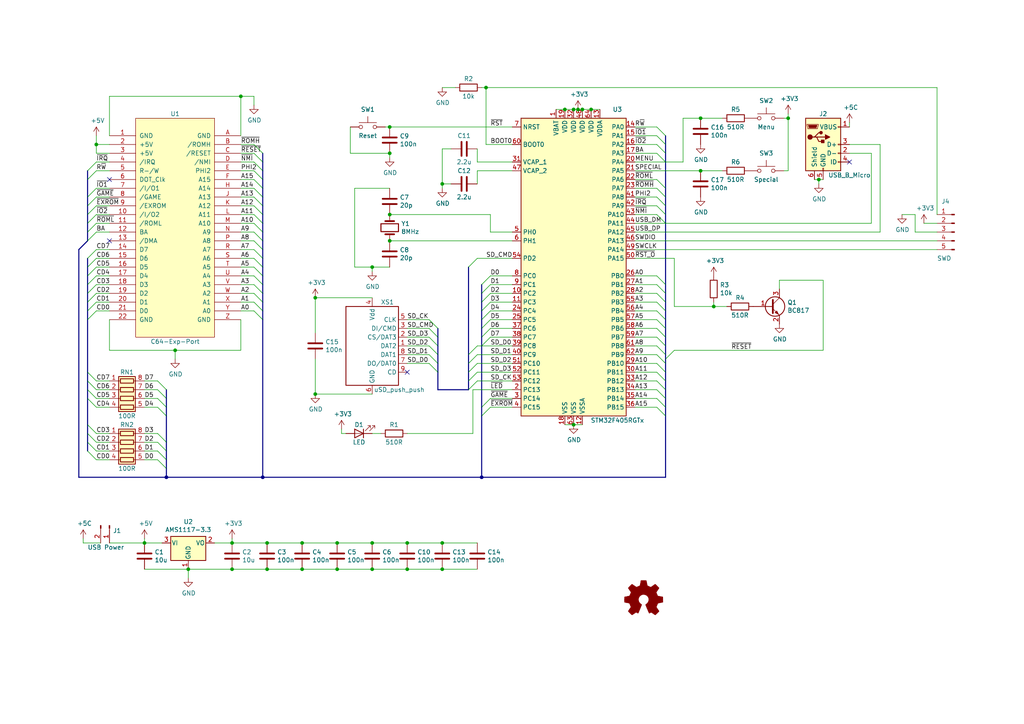
<source format=kicad_sch>
(kicad_sch (version 20211123) (generator eeschema)
  (paper "A4")
  (title_block (title "Kung Fu Flash") (date "2019-12-14") (rev "1") (company "open hardware"))
  (junction (at 163.83 31.75))
  (junction (at 107.95 157.48))
  (junction (at 166.37 31.75))
  (junction (at 113.03 69.85))
  (junction (at 228.6 34.29))
  (junction (at 171.45 31.75))
  (junction (at 128.27 165.1))
  (junction (at 118.11 165.1))
  (junction (at 67.31 157.48))
  (junction (at 203.2 49.53))
  (junction (at 76.2 138.43))
  (junction (at 91.44 86.36))
  (junction (at 41.91 157.48))
  (junction (at 87.63 157.48))
  (junction (at 77.47 165.1))
  (junction (at 113.03 36.83))
  (junction (at 140.97 25.4))
  (junction (at 69.85 27.94))
  (junction (at 166.37 123.19))
  (junction (at 128.27 53.34))
  (junction (at 77.47 157.48))
  (junction (at 237.49 52.07))
  (junction (at 54.61 165.1))
  (junction (at 97.79 157.48))
  (junction (at 168.91 31.75))
  (junction (at 113.03 62.23))
  (junction (at 48.26 138.43))
  (junction (at 139.7 138.43))
  (junction (at 107.95 165.1))
  (junction (at 97.79 165.1))
  (junction (at 203.2 34.29))
  (junction (at 50.8 101.6))
  (junction (at 67.31 165.1))
  (junction (at 87.63 165.1))
  (junction (at 27.94 41.91))
  (junction (at 113.03 44.45))
  (junction (at 167.64 31.75))
  (junction (at 128.27 157.48))
  (junction (at 91.44 114.3))
  (junction (at 118.11 157.48))
  (junction (at 207.01 88.9))
  (junction (at 107.95 77.47))
  (no_connect (at 31.75 52.07))
  (no_connect (at 246.38 46.99))
  (no_connect (at 118.11 107.95))
  (no_connect (at 31.75 69.85))
  (bus_entry (at 73.66 54.61) (size 2.54 2.54))
  (bus_entry (at 73.66 52.07) (size 2.54 2.54))
  (bus_entry (at 25.4 123.19) (size 2.54 2.54))
  (bus_entry (at 73.66 44.45) (size 2.54 2.54))
  (bus_entry (at 25.4 64.77) (size 2.54 -2.54))
  (bus_entry (at 190.5 92.71) (size 2.54 2.54))
  (bus_entry (at 45.72 113.03) (size 2.54 2.54))
  (bus_entry (at 25.4 115.57) (size 2.54 2.54))
  (bus_entry (at 25.4 90.17) (size 2.54 -2.54))
  (bus_entry (at 45.72 130.81) (size 2.54 2.54))
  (bus_entry (at 135.89 113.03) (size 2.54 -2.54))
  (bus_entry (at 45.72 110.49) (size 2.54 2.54))
  (bus_entry (at 73.66 87.63) (size 2.54 2.54))
  (bus_entry (at 124.46 95.25) (size 2.54 2.54))
  (bus_entry (at 25.4 87.63) (size 2.54 -2.54))
  (bus_entry (at 45.72 133.35) (size 2.54 2.54))
  (bus_entry (at 190.5 44.45) (size 2.54 2.54))
  (bus_entry (at 73.66 57.15) (size 2.54 2.54))
  (bus_entry (at 124.46 97.79) (size 2.54 2.54))
  (bus_entry (at 25.4 57.15) (size 2.54 -2.54))
  (bus_entry (at 124.46 92.71) (size 2.54 2.54))
  (bus_entry (at 190.5 85.09) (size 2.54 2.54))
  (bus_entry (at 135.89 77.47) (size 2.54 -2.54))
  (bus_entry (at 190.5 107.95) (size 2.54 2.54))
  (bus_entry (at 139.7 85.09) (size 2.54 -2.54))
  (bus_entry (at 190.5 90.17) (size 2.54 2.54))
  (bus_entry (at 190.5 118.11) (size 2.54 2.54))
  (bus_entry (at 25.4 130.81) (size 2.54 2.54))
  (bus_entry (at 73.66 41.91) (size 2.54 2.54))
  (bus_entry (at 135.89 107.95) (size 2.54 -2.54))
  (bus_entry (at 190.5 115.57) (size 2.54 2.54))
  (bus_entry (at 73.66 77.47) (size 2.54 2.54))
  (bus_entry (at 73.66 82.55) (size 2.54 2.54))
  (bus_entry (at 73.66 62.23) (size 2.54 2.54))
  (bus_entry (at 190.5 62.23) (size 2.54 2.54))
  (bus_entry (at 139.7 87.63) (size 2.54 -2.54))
  (bus_entry (at 73.66 74.93) (size 2.54 2.54))
  (bus_entry (at 139.7 82.55) (size 2.54 -2.54))
  (bus_entry (at 190.5 100.33) (size 2.54 2.54))
  (bus_entry (at 190.5 105.41) (size 2.54 2.54))
  (bus_entry (at 190.5 52.07) (size 2.54 2.54))
  (bus_entry (at 25.4 85.09) (size 2.54 -2.54))
  (bus_entry (at 73.66 64.77) (size 2.54 2.54))
  (bus_entry (at 124.46 102.87) (size 2.54 2.54))
  (bus_entry (at 25.4 52.07) (size 2.54 -2.54))
  (bus_entry (at 25.4 74.93) (size 2.54 -2.54))
  (bus_entry (at 124.46 100.33) (size 2.54 2.54))
  (bus_entry (at 190.5 59.69) (size 2.54 2.54))
  (bus_entry (at 139.7 100.33) (size 2.54 -2.54))
  (bus_entry (at 190.5 80.01) (size 2.54 2.54))
  (bus_entry (at 45.72 118.11) (size 2.54 2.54))
  (bus_entry (at 139.7 90.17) (size 2.54 -2.54))
  (bus_entry (at 190.5 39.37) (size 2.54 2.54))
  (bus_entry (at 25.4 107.95) (size 2.54 2.54))
  (bus_entry (at 139.7 92.71) (size 2.54 -2.54))
  (bus_entry (at 73.66 72.39) (size 2.54 2.54))
  (bus_entry (at 124.46 105.41) (size 2.54 2.54))
  (bus_entry (at 139.7 95.25) (size 2.54 -2.54))
  (bus_entry (at 25.4 69.85) (size 2.54 -2.54))
  (bus_entry (at 73.66 90.17) (size 2.54 2.54))
  (bus_entry (at 25.4 92.71) (size 2.54 -2.54))
  (bus_entry (at 190.5 54.61) (size 2.54 2.54))
  (bus_entry (at 193.04 104.14) (size 2.54 -2.54))
  (bus_entry (at 25.4 59.69) (size 2.54 -2.54))
  (bus_entry (at 25.4 82.55) (size 2.54 -2.54))
  (bus_entry (at 25.4 62.23) (size 2.54 -2.54))
  (bus_entry (at 135.89 110.49) (size 2.54 -2.54))
  (bus_entry (at 73.66 69.85) (size 2.54 2.54))
  (bus_entry (at 73.66 80.01) (size 2.54 2.54))
  (bus_entry (at 135.89 102.87) (size 2.54 -2.54))
  (bus_entry (at 73.66 59.69) (size 2.54 2.54))
  (bus_entry (at 25.4 49.53) (size 2.54 -2.54))
  (bus_entry (at 25.4 128.27) (size 2.54 2.54))
  (bus_entry (at 73.66 49.53) (size 2.54 2.54))
  (bus_entry (at 190.5 97.79) (size 2.54 2.54))
  (bus_entry (at 25.4 125.73) (size 2.54 2.54))
  (bus_entry (at 139.7 118.11) (size 2.54 -2.54))
  (bus_entry (at 190.5 110.49) (size 2.54 2.54))
  (bus_entry (at 190.5 57.15) (size 2.54 2.54))
  (bus_entry (at 73.66 46.99) (size 2.54 2.54))
  (bus_entry (at 190.5 95.25) (size 2.54 2.54))
  (bus_entry (at 190.5 87.63) (size 2.54 2.54))
  (bus_entry (at 73.66 85.09) (size 2.54 2.54))
  (bus_entry (at 135.89 105.41) (size 2.54 -2.54))
  (bus_entry (at 45.72 128.27) (size 2.54 2.54))
  (bus_entry (at 25.4 67.31) (size 2.54 -2.54))
  (bus_entry (at 139.7 97.79) (size 2.54 -2.54))
  (bus_entry (at 45.72 115.57) (size 2.54 2.54))
  (bus_entry (at 25.4 77.47) (size 2.54 -2.54))
  (bus_entry (at 190.5 102.87) (size 2.54 2.54))
  (bus_entry (at 190.5 41.91) (size 2.54 2.54))
  (bus_entry (at 73.66 67.31) (size 2.54 2.54))
  (bus_entry (at 45.72 125.73) (size 2.54 2.54))
  (bus_entry (at 139.7 120.65) (size 2.54 -2.54))
  (bus_entry (at 190.5 82.55) (size 2.54 2.54))
  (bus_entry (at 25.4 110.49) (size 2.54 2.54))
  (bus_entry (at 190.5 113.03) (size 2.54 2.54))
  (bus_entry (at 25.4 113.03) (size 2.54 2.54))
  (bus_entry (at 25.4 80.01) (size 2.54 -2.54))
  (bus_entry (at 190.5 36.83) (size 2.54 2.54))
  (wire (pts (xy 27.94 62.23) (xy 31.75 62.23)))
  (wire (pts (xy 77.47 157.48) (xy 67.31 157.48)))
  (bus (pts (xy 193.04 115.57) (xy 193.04 118.11)))
  (wire (pts (xy 27.94 113.03) (xy 31.75 113.03)))
  (wire (pts (xy 142.24 118.11) (xy 148.59 118.11)))
  (bus (pts (xy 193.04 44.45) (xy 193.04 46.99)))
  (wire (pts (xy 142.24 82.55) (xy 148.59 82.55)))
  (wire (pts (xy 41.91 118.11) (xy 45.72 118.11)))
  (bus (pts (xy 139.7 97.79) (xy 139.7 100.33)))
  (wire (pts (xy 113.03 62.23) (xy 142.24 62.23)))
  (bus (pts (xy 127 102.87) (xy 127 105.41)))
  (wire (pts (xy 166.37 123.19) (xy 168.91 123.19)))
  (wire (pts (xy 27.94 110.49) (xy 31.75 110.49)))
  (wire (pts (xy 198.12 34.29) (xy 203.2 34.29)))
  (bus (pts (xy 25.4 77.47) (xy 25.4 80.01)))
  (wire (pts (xy 228.6 49.53) (xy 227.33 49.53)))
  (bus (pts (xy 76.2 49.53) (xy 76.2 52.07)))
  (bus (pts (xy 25.4 115.57) (xy 25.4 123.19)))
  (wire (pts (xy 271.78 25.4) (xy 271.78 62.23)))
  (bus (pts (xy 127 105.41) (xy 127 107.95)))
  (wire (pts (xy 67.31 157.48) (xy 67.31 156.21)))
  (wire (pts (xy 193.04 46.99) (xy 198.12 46.99)))
  (wire (pts (xy 73.66 74.93) (xy 69.85 74.93)))
  (wire (pts (xy 163.83 31.75) (xy 161.29 31.75)))
  (wire (pts (xy 113.03 36.83) (xy 148.59 36.83)))
  (wire (pts (xy 184.15 115.57) (xy 190.5 115.57)))
  (wire (pts (xy 184.15 62.23) (xy 190.5 62.23)))
  (wire (pts (xy 101.6 44.45) (xy 113.03 44.45)))
  (bus (pts (xy 127 100.33) (xy 127 102.87)))
  (wire (pts (xy 184.15 69.85) (xy 271.78 69.85)))
  (bus (pts (xy 127 107.95) (xy 127 113.03)))
  (wire (pts (xy 41.91 165.1) (xy 54.61 165.1)))
  (wire (pts (xy 203.2 34.29) (xy 209.55 34.29)))
  (wire (pts (xy 128.27 53.34) (xy 130.81 53.34)))
  (bus (pts (xy 25.4 74.93) (xy 25.4 77.47)))
  (bus (pts (xy 22.86 72.39) (xy 25.4 69.85)))
  (wire (pts (xy 142.24 85.09) (xy 148.59 85.09)))
  (wire (pts (xy 142.24 67.31) (xy 148.59 67.31)))
  (wire (pts (xy 138.43 105.41) (xy 148.59 105.41)))
  (wire (pts (xy 184.15 64.77) (xy 193.04 64.77)))
  (wire (pts (xy 142.24 92.71) (xy 148.59 92.71)))
  (wire (pts (xy 198.12 34.29) (xy 198.12 46.99)))
  (wire (pts (xy 246.38 36.83) (xy 246.38 35.56)))
  (wire (pts (xy 27.94 133.35) (xy 31.75 133.35)))
  (wire (pts (xy 163.83 123.19) (xy 166.37 123.19)))
  (wire (pts (xy 252.73 44.45) (xy 246.38 44.45)))
  (bus (pts (xy 193.04 104.14) (xy 193.04 105.41)))
  (wire (pts (xy 87.63 165.1) (xy 97.79 165.1)))
  (wire (pts (xy 41.91 156.21) (xy 41.91 157.48)))
  (wire (pts (xy 237.49 52.07) (xy 238.76 52.07)))
  (bus (pts (xy 193.04 102.87) (xy 193.04 104.14)))
  (bus (pts (xy 193.04 118.11) (xy 193.04 120.65)))
  (wire (pts (xy 73.66 27.94) (xy 73.66 30.48)))
  (wire (pts (xy 91.44 104.14) (xy 91.44 114.3)))
  (wire (pts (xy 107.95 77.47) (xy 107.95 78.74)))
  (bus (pts (xy 139.7 92.71) (xy 139.7 95.25)))
  (wire (pts (xy 139.7 25.4) (xy 140.97 25.4)))
  (wire (pts (xy 27.94 118.11) (xy 31.75 118.11)))
  (wire (pts (xy 27.94 80.01) (xy 31.75 80.01)))
  (bus (pts (xy 193.04 97.79) (xy 193.04 100.33)))
  (bus (pts (xy 139.7 118.11) (xy 139.7 120.65)))
  (wire (pts (xy 97.79 165.1) (xy 107.95 165.1)))
  (bus (pts (xy 135.89 110.49) (xy 135.89 113.03)))
  (wire (pts (xy 27.94 85.09) (xy 31.75 85.09)))
  (bus (pts (xy 25.4 123.19) (xy 25.4 125.73)))
  (wire (pts (xy 27.94 67.31) (xy 31.75 67.31)))
  (bus (pts (xy 139.7 95.25) (xy 139.7 97.79)))
  (wire (pts (xy 102.87 77.47) (xy 107.95 77.47)))
  (wire (pts (xy 99.06 125.73) (xy 100.33 125.73)))
  (bus (pts (xy 48.26 115.57) (xy 48.26 118.11)))
  (wire (pts (xy 107.95 125.73) (xy 110.49 125.73)))
  (wire (pts (xy 77.47 165.1) (xy 87.63 165.1)))
  (wire (pts (xy 69.85 52.07) (xy 73.66 52.07)))
  (bus (pts (xy 48.26 118.11) (xy 48.26 120.65)))
  (wire (pts (xy 167.64 31.75) (xy 166.37 31.75)))
  (wire (pts (xy 142.24 95.25) (xy 148.59 95.25)))
  (bus (pts (xy 76.2 57.15) (xy 76.2 59.69)))
  (wire (pts (xy 91.44 86.36) (xy 91.44 96.52)))
  (bus (pts (xy 76.2 59.69) (xy 76.2 62.23)))
  (wire (pts (xy 246.38 41.91) (xy 255.27 41.91)))
  (bus (pts (xy 135.89 102.87) (xy 135.89 105.41)))
  (bus (pts (xy 76.2 69.85) (xy 76.2 72.39)))
  (wire (pts (xy 31.75 101.6) (xy 50.8 101.6)))
  (wire (pts (xy 255.27 41.91) (xy 255.27 67.31)))
  (bus (pts (xy 76.2 44.45) (xy 76.2 46.99)))
  (wire (pts (xy 118.11 102.87) (xy 124.46 102.87)))
  (wire (pts (xy 73.66 69.85) (xy 69.85 69.85)))
  (wire (pts (xy 184.15 102.87) (xy 190.5 102.87)))
  (bus (pts (xy 139.7 82.55) (xy 139.7 85.09)))
  (bus (pts (xy 25.4 90.17) (xy 25.4 92.71)))
  (wire (pts (xy 184.15 110.49) (xy 190.5 110.49)))
  (wire (pts (xy 184.15 52.07) (xy 190.5 52.07)))
  (wire (pts (xy 67.31 165.1) (xy 77.47 165.1)))
  (bus (pts (xy 48.26 113.03) (xy 48.26 115.57)))
  (bus (pts (xy 139.7 90.17) (xy 139.7 92.71)))
  (bus (pts (xy 193.04 85.09) (xy 193.04 87.63)))
  (wire (pts (xy 184.15 67.31) (xy 255.27 67.31)))
  (wire (pts (xy 184.15 39.37) (xy 190.5 39.37)))
  (bus (pts (xy 25.4 52.07) (xy 25.4 57.15)))
  (bus (pts (xy 193.04 92.71) (xy 193.04 95.25)))
  (bus (pts (xy 25.4 128.27) (xy 25.4 130.81)))
  (wire (pts (xy 99.06 124.46) (xy 99.06 125.73)))
  (wire (pts (xy 166.37 31.75) (xy 163.83 31.75)))
  (bus (pts (xy 48.26 130.81) (xy 48.26 133.35)))
  (wire (pts (xy 226.06 81.28) (xy 226.06 83.82)))
  (wire (pts (xy 184.15 59.69) (xy 190.5 59.69)))
  (wire (pts (xy 128.27 157.48) (xy 118.11 157.48)))
  (bus (pts (xy 76.2 77.47) (xy 76.2 80.01)))
  (bus (pts (xy 193.04 90.17) (xy 193.04 92.71)))
  (bus (pts (xy 76.2 52.07) (xy 76.2 54.61)))
  (bus (pts (xy 139.7 138.43) (xy 193.04 138.43)))
  (bus (pts (xy 76.2 46.99) (xy 76.2 49.53)))
  (wire (pts (xy 184.15 90.17) (xy 190.5 90.17)))
  (wire (pts (xy 73.66 80.01) (xy 69.85 80.01)))
  (wire (pts (xy 41.91 133.35) (xy 45.72 133.35)))
  (bus (pts (xy 22.86 138.43) (xy 48.26 138.43)))
  (wire (pts (xy 41.91 113.03) (xy 45.72 113.03)))
  (bus (pts (xy 25.4 107.95) (xy 25.4 110.49)))
  (bus (pts (xy 76.2 90.17) (xy 76.2 92.71)))
  (wire (pts (xy 27.94 64.77) (xy 31.75 64.77)))
  (wire (pts (xy 73.66 27.94) (xy 69.85 27.94)))
  (wire (pts (xy 41.91 125.73) (xy 45.72 125.73)))
  (wire (pts (xy 140.97 41.91) (xy 148.59 41.91)))
  (wire (pts (xy 118.11 157.48) (xy 107.95 157.48)))
  (bus (pts (xy 76.2 67.31) (xy 76.2 69.85)))
  (bus (pts (xy 193.04 105.41) (xy 193.04 107.95)))
  (wire (pts (xy 128.27 53.34) (xy 128.27 54.61)))
  (bus (pts (xy 25.4 92.71) (xy 25.4 107.95)))
  (wire (pts (xy 113.03 54.61) (xy 102.87 54.61)))
  (wire (pts (xy 124.46 100.33) (xy 118.11 100.33)))
  (wire (pts (xy 50.8 101.6) (xy 69.85 101.6)))
  (wire (pts (xy 142.24 62.23) (xy 142.24 67.31)))
  (bus (pts (xy 139.7 100.33) (xy 139.7 118.11)))
  (wire (pts (xy 138.43 107.95) (xy 148.59 107.95)))
  (wire (pts (xy 107.95 157.48) (xy 97.79 157.48)))
  (wire (pts (xy 54.61 165.1) (xy 54.61 167.64)))
  (wire (pts (xy 184.15 107.95) (xy 190.5 107.95)))
  (wire (pts (xy 24.13 156.21) (xy 24.13 157.48)))
  (wire (pts (xy 265.43 62.23) (xy 265.43 67.31)))
  (wire (pts (xy 195.58 74.93) (xy 195.58 88.9)))
  (wire (pts (xy 193.04 64.77) (xy 252.73 64.77)))
  (wire (pts (xy 184.15 36.83) (xy 190.5 36.83)))
  (bus (pts (xy 139.7 120.65) (xy 139.7 138.43)))
  (bus (pts (xy 135.89 77.47) (xy 135.89 102.87)))
  (wire (pts (xy 184.15 85.09) (xy 190.5 85.09)))
  (wire (pts (xy 184.15 87.63) (xy 190.5 87.63)))
  (wire (pts (xy 138.43 102.87) (xy 148.59 102.87)))
  (bus (pts (xy 127 97.79) (xy 127 100.33)))
  (bus (pts (xy 48.26 135.89) (xy 48.26 138.43)))
  (wire (pts (xy 27.94 87.63) (xy 31.75 87.63)))
  (bus (pts (xy 193.04 41.91) (xy 193.04 44.45)))
  (wire (pts (xy 184.15 41.91) (xy 190.5 41.91)))
  (wire (pts (xy 27.94 72.39) (xy 31.75 72.39)))
  (bus (pts (xy 76.2 64.77) (xy 76.2 67.31)))
  (wire (pts (xy 27.94 54.61) (xy 31.75 54.61)))
  (wire (pts (xy 184.15 72.39) (xy 271.78 72.39)))
  (wire (pts (xy 184.15 44.45) (xy 190.5 44.45)))
  (wire (pts (xy 24.13 157.48) (xy 29.21 157.48)))
  (wire (pts (xy 31.75 157.48) (xy 41.91 157.48)))
  (wire (pts (xy 171.45 31.75) (xy 168.91 31.75)))
  (bus (pts (xy 139.7 85.09) (xy 139.7 87.63)))
  (wire (pts (xy 69.85 62.23) (xy 73.66 62.23)))
  (wire (pts (xy 142.24 97.79) (xy 148.59 97.79)))
  (wire (pts (xy 62.23 157.48) (xy 67.31 157.48)))
  (wire (pts (xy 118.11 125.73) (xy 137.16 125.73)))
  (wire (pts (xy 73.66 54.61) (xy 69.85 54.61)))
  (wire (pts (xy 184.15 100.33) (xy 190.5 100.33)))
  (wire (pts (xy 184.15 49.53) (xy 203.2 49.53)))
  (wire (pts (xy 113.03 44.45) (xy 113.03 45.72)))
  (wire (pts (xy 184.15 54.61) (xy 190.5 54.61)))
  (bus (pts (xy 25.4 87.63) (xy 25.4 90.17)))
  (wire (pts (xy 138.43 100.33) (xy 139.7 100.33)))
  (wire (pts (xy 128.27 25.4) (xy 132.08 25.4)))
  (wire (pts (xy 184.15 46.99) (xy 193.04 46.99)))
  (wire (pts (xy 228.6 33.02) (xy 228.6 34.29)))
  (bus (pts (xy 127 95.25) (xy 127 97.79)))
  (wire (pts (xy 140.97 25.4) (xy 271.78 25.4)))
  (wire (pts (xy 69.85 82.55) (xy 73.66 82.55)))
  (bus (pts (xy 193.04 64.77) (xy 193.04 82.55)))
  (bus (pts (xy 76.2 72.39) (xy 76.2 74.93)))
  (wire (pts (xy 69.85 46.99) (xy 73.66 46.99)))
  (wire (pts (xy 46.99 157.48) (xy 41.91 157.48)))
  (wire (pts (xy 101.6 36.83) (xy 101.6 44.45)))
  (wire (pts (xy 41.91 128.27) (xy 45.72 128.27)))
  (wire (pts (xy 69.85 67.31) (xy 73.66 67.31)))
  (bus (pts (xy 193.04 107.95) (xy 193.04 110.49)))
  (bus (pts (xy 76.2 82.55) (xy 76.2 85.09)))
  (wire (pts (xy 91.44 114.3) (xy 107.95 114.3)))
  (bus (pts (xy 25.4 80.01) (xy 25.4 82.55)))
  (wire (pts (xy 184.15 57.15) (xy 190.5 57.15)))
  (wire (pts (xy 228.6 34.29) (xy 228.6 49.53)))
  (bus (pts (xy 76.2 80.01) (xy 76.2 82.55)))
  (bus (pts (xy 22.86 72.39) (xy 22.86 138.43)))
  (bus (pts (xy 193.04 95.25) (xy 193.04 97.79)))
  (wire (pts (xy 238.76 101.6) (xy 238.76 81.28)))
  (bus (pts (xy 193.04 113.03) (xy 193.04 115.57)))
  (wire (pts (xy 73.66 49.53) (xy 69.85 49.53)))
  (bus (pts (xy 25.4 110.49) (xy 25.4 113.03)))
  (wire (pts (xy 184.15 80.01) (xy 190.5 80.01)))
  (wire (pts (xy 142.24 80.01) (xy 148.59 80.01)))
  (wire (pts (xy 54.61 165.1) (xy 67.31 165.1)))
  (wire (pts (xy 142.24 90.17) (xy 148.59 90.17)))
  (wire (pts (xy 27.94 74.93) (xy 31.75 74.93)))
  (wire (pts (xy 138.43 74.93) (xy 148.59 74.93)))
  (wire (pts (xy 87.63 157.48) (xy 77.47 157.48)))
  (bus (pts (xy 25.4 64.77) (xy 25.4 67.31)))
  (wire (pts (xy 184.15 82.55) (xy 190.5 82.55)))
  (wire (pts (xy 138.43 43.18) (xy 138.43 46.99)))
  (bus (pts (xy 193.04 39.37) (xy 193.04 41.91)))
  (wire (pts (xy 27.94 130.81) (xy 31.75 130.81)))
  (bus (pts (xy 193.04 62.23) (xy 193.04 64.77)))
  (wire (pts (xy 124.46 105.41) (xy 118.11 105.41)))
  (bus (pts (xy 48.26 133.35) (xy 48.26 135.89)))
  (wire (pts (xy 69.85 41.91) (xy 73.66 41.91)))
  (wire (pts (xy 138.43 49.53) (xy 138.43 53.34)))
  (bus (pts (xy 193.04 46.99) (xy 193.04 54.61)))
  (bus (pts (xy 76.2 62.23) (xy 76.2 64.77)))
  (wire (pts (xy 124.46 95.25) (xy 118.11 95.25)))
  (bus (pts (xy 139.7 87.63) (xy 139.7 90.17)))
  (wire (pts (xy 50.8 104.14) (xy 50.8 101.6)))
  (bus (pts (xy 193.04 110.49) (xy 193.04 113.03)))
  (wire (pts (xy 142.24 115.57) (xy 148.59 115.57)))
  (bus (pts (xy 76.2 85.09) (xy 76.2 87.63)))
  (wire (pts (xy 138.43 110.49) (xy 148.59 110.49)))
  (wire (pts (xy 27.94 82.55) (xy 31.75 82.55)))
  (wire (pts (xy 128.27 165.1) (xy 138.43 165.1)))
  (wire (pts (xy 130.81 43.18) (xy 128.27 43.18)))
  (bus (pts (xy 76.2 87.63) (xy 76.2 90.17)))
  (wire (pts (xy 31.75 39.37) (xy 31.75 27.94)))
  (wire (pts (xy 252.73 64.77) (xy 252.73 44.45)))
  (wire (pts (xy 118.11 92.71) (xy 124.46 92.71)))
  (wire (pts (xy 69.85 27.94) (xy 69.85 39.37)))
  (wire (pts (xy 139.7 100.33) (xy 148.59 100.33)))
  (bus (pts (xy 76.2 74.93) (xy 76.2 77.47)))
  (wire (pts (xy 73.66 90.17) (xy 69.85 90.17)))
  (wire (pts (xy 137.16 125.73) (xy 137.16 113.03)))
  (wire (pts (xy 184.15 105.41) (xy 190.5 105.41)))
  (wire (pts (xy 27.94 125.73) (xy 31.75 125.73)))
  (bus (pts (xy 135.89 105.41) (xy 135.89 107.95)))
  (wire (pts (xy 168.91 31.75) (xy 167.64 31.75)))
  (bus (pts (xy 193.04 87.63) (xy 193.04 90.17)))
  (wire (pts (xy 184.15 74.93) (xy 195.58 74.93)))
  (wire (pts (xy 27.94 128.27) (xy 31.75 128.27)))
  (wire (pts (xy 184.15 97.79) (xy 190.5 97.79)))
  (wire (pts (xy 73.66 44.45) (xy 69.85 44.45)))
  (bus (pts (xy 193.04 59.69) (xy 193.04 62.23)))
  (wire (pts (xy 113.03 69.85) (xy 148.59 69.85)))
  (wire (pts (xy 27.94 44.45) (xy 27.94 41.91)))
  (wire (pts (xy 238.76 81.28) (xy 226.06 81.28)))
  (bus (pts (xy 76.2 54.61) (xy 76.2 57.15)))
  (wire (pts (xy 267.97 64.77) (xy 271.78 64.77)))
  (wire (pts (xy 73.66 85.09) (xy 69.85 85.09)))
  (bus (pts (xy 25.4 113.03) (xy 25.4 115.57)))
  (wire (pts (xy 207.01 88.9) (xy 210.82 88.9)))
  (wire (pts (xy 184.15 95.25) (xy 190.5 95.25)))
  (wire (pts (xy 69.85 77.47) (xy 73.66 77.47)))
  (bus (pts (xy 193.04 82.55) (xy 193.04 85.09)))
  (wire (pts (xy 261.62 62.23) (xy 265.43 62.23)))
  (bus (pts (xy 193.04 120.65) (xy 193.04 138.43)))
  (wire (pts (xy 207.01 87.63) (xy 207.01 88.9)))
  (wire (pts (xy 118.11 165.1) (xy 128.27 165.1)))
  (wire (pts (xy 27.94 49.53) (xy 31.75 49.53)))
  (bus (pts (xy 135.89 113.03) (xy 127 113.03)))
  (wire (pts (xy 195.58 101.6) (xy 238.76 101.6)))
  (wire (pts (xy 237.49 53.34) (xy 237.49 52.07)))
  (wire (pts (xy 142.24 87.63) (xy 148.59 87.63)))
  (wire (pts (xy 236.22 52.07) (xy 237.49 52.07)))
  (wire (pts (xy 107.95 165.1) (xy 118.11 165.1)))
  (bus (pts (xy 25.4 67.31) (xy 25.4 69.85)))
  (bus (pts (xy 193.04 57.15) (xy 193.04 59.69)))
  (bus (pts (xy 25.4 62.23) (xy 25.4 64.77)))
  (wire (pts (xy 27.94 115.57) (xy 31.75 115.57)))
  (wire (pts (xy 107.95 86.36) (xy 91.44 86.36)))
  (bus (pts (xy 193.04 100.33) (xy 193.04 102.87)))
  (bus (pts (xy 25.4 49.53) (xy 25.4 52.07)))
  (bus (pts (xy 25.4 125.73) (xy 25.4 128.27)))
  (wire (pts (xy 140.97 41.91) (xy 140.97 25.4)))
  (bus (pts (xy 76.2 92.71) (xy 76.2 138.43)))
  (wire (pts (xy 173.99 31.75) (xy 171.45 31.75)))
  (wire (pts (xy 111.76 36.83) (xy 113.03 36.83)))
  (wire (pts (xy 138.43 46.99) (xy 148.59 46.99)))
  (bus (pts (xy 48.26 138.43) (xy 76.2 138.43)))
  (wire (pts (xy 27.94 57.15) (xy 31.75 57.15)))
  (wire (pts (xy 27.94 90.17) (xy 31.75 90.17)))
  (wire (pts (xy 184.15 113.03) (xy 190.5 113.03)))
  (wire (pts (xy 203.2 49.53) (xy 209.55 49.53)))
  (wire (pts (xy 31.75 92.71) (xy 31.75 101.6)))
  (bus (pts (xy 25.4 59.69) (xy 25.4 62.23)))
  (wire (pts (xy 69.85 101.6) (xy 69.85 92.71)))
  (wire (pts (xy 102.87 54.61) (xy 102.87 77.47)))
  (wire (pts (xy 148.59 113.03) (xy 137.16 113.03)))
  (wire (pts (xy 148.59 49.53) (xy 138.43 49.53)))
  (wire (pts (xy 69.85 72.39) (xy 73.66 72.39)))
  (wire (pts (xy 31.75 27.94) (xy 69.85 27.94)))
  (wire (pts (xy 41.91 130.81) (xy 45.72 130.81)))
  (bus (pts (xy 25.4 85.09) (xy 25.4 87.63)))
  (bus (pts (xy 25.4 57.15) (xy 25.4 59.69)))
  (wire (pts (xy 27.94 39.37) (xy 27.94 41.91)))
  (bus (pts (xy 193.04 54.61) (xy 193.04 57.15)))
  (wire (pts (xy 69.85 57.15) (xy 73.66 57.15)))
  (bus (pts (xy 76.2 138.43) (xy 139.7 138.43)))
  (bus (pts (xy 135.89 107.95) (xy 135.89 110.49)))
  (wire (pts (xy 97.79 157.48) (xy 87.63 157.48)))
  (wire (pts (xy 27.94 41.91) (xy 31.75 41.91)))
  (wire (pts (xy 107.95 77.47) (xy 113.03 77.47)))
  (wire (pts (xy 265.43 67.31) (xy 271.78 67.31)))
  (wire (pts (xy 128.27 43.18) (xy 128.27 53.34)))
  (wire (pts (xy 138.43 157.48) (xy 128.27 157.48)))
  (wire (pts (xy 41.91 115.57) (xy 45.72 115.57)))
  (bus (pts (xy 48.26 120.65) (xy 48.26 128.27)))
  (wire (pts (xy 41.91 110.49) (xy 45.72 110.49)))
  (bus (pts (xy 48.26 128.27) (xy 48.26 130.81)))
  (wire (pts (xy 227.33 34.29) (xy 228.6 34.29)))
  (wire (pts (xy 27.94 77.47) (xy 31.75 77.47)))
  (wire (pts (xy 31.75 44.45) (xy 27.94 44.45)))
  (wire (pts (xy 195.58 88.9) (xy 207.01 88.9)))
  (wire (pts (xy 184.15 118.11) (xy 190.5 118.11)))
  (wire (pts (xy 73.66 64.77) (xy 69.85 64.77)))
  (wire (pts (xy 69.85 87.63) (xy 73.66 87.63)))
  (wire (pts (xy 27.94 59.69) (xy 31.75 59.69)))
  (wire (pts (xy 118.11 97.79) (xy 124.46 97.79)))
  (bus (pts (xy 25.4 82.55) (xy 25.4 85.09)))
  (wire (pts (xy 184.15 92.71) (xy 190.5 92.71)))
  (wire (pts (xy 73.66 59.69) (xy 69.85 59.69)))
  (wire (pts (xy 27.94 46.99) (xy 31.75 46.99)))
  (label "~{ROMH}" (at 184.15 54.61 0))
  (label "A13" (at 184.15 113.03 0))
  (label "A14" (at 69.85 54.61 0))
  (label "A4" (at 184.15 90.17 0))
  (label "A13" (at 69.85 57.15 0))
  (label "~{LED}" (at 142.24 113.03 0))
  (label "D7" (at 142.24 97.79 0))
  (label "D2" (at 41.91 128.27 0))
  (label "CD1" (at 27.94 87.63 0))
  (label "A2" (at 69.85 85.09 0))
  (label "PHI2" (at 69.85 49.53 0))
  (label "CD2" (at 27.94 85.09 0))
  (label "A6" (at 69.85 74.93 0))
  (label "CD7" (at 27.94 72.39 0))
  (label "BA" (at 184.15 44.45 0))
  (label "~{ROMH}" (at 69.85 41.91 0))
  (label "D5" (at 41.91 115.57 0))
  (label "A0" (at 69.85 90.17 0))
  (label "~{IO1}" (at 184.15 39.37 0))
  (label "SD_D3" (at 142.24 107.95 0))
  (label "CD0" (at 27.94 90.17 0))
  (label "~{IO1}" (at 27.94 54.61 0))
  (label "A11" (at 69.85 62.23 0))
  (label "A9" (at 184.15 102.87 0))
  (label "~{RESET}" (at 69.85 44.45 0))
  (label "CD3" (at 27.94 82.55 0))
  (label "A3" (at 69.85 82.55 0))
  (label "SD_D2" (at 118.11 100.33 0))
  (label "~{GAME}" (at 142.24 115.57 0))
  (label "USB_DP" (at 184.15 67.31 0))
  (label "~{EXROM}" (at 142.24 118.11 0))
  (label "~{IO2}" (at 27.94 62.23 0))
  (label "SWDIO" (at 184.15 69.85 0))
  (label "CD5" (at 27.94 115.57 0))
  (label "A15" (at 184.15 118.11 0))
  (label "CD3" (at 27.94 125.73 0))
  (label "SD_CK" (at 142.24 110.49 0))
  (label "SD_D1" (at 142.24 102.87 0))
  (label "A1" (at 184.15 82.55 0))
  (label "D3" (at 41.91 125.73 0))
  (label "~{ROML}" (at 184.15 52.07 0))
  (label "SD_D3" (at 118.11 97.79 0))
  (label "A14" (at 184.15 115.57 0))
  (label "D6" (at 142.24 95.25 0))
  (label "D1" (at 41.91 130.81 0))
  (label "A8" (at 69.85 69.85 0))
  (label "~{NMI}" (at 184.15 62.23 0))
  (label "A5" (at 69.85 77.47 0))
  (label "A0" (at 184.15 80.01 0))
  (label "PHI2" (at 184.15 57.15 0))
  (label "SD_D0" (at 142.24 100.33 0))
  (label "MENU" (at 184.15 46.99 0))
  (label "A6" (at 184.15 95.25 0))
  (label "A11" (at 184.15 107.95 0))
  (label "~{IRQ}" (at 27.94 46.99 0))
  (label "D4" (at 142.24 90.17 0))
  (label "SD_CMD" (at 118.11 95.25 0))
  (label "D5" (at 142.24 92.71 0))
  (label "~{RST_O}" (at 184.15 74.93 0))
  (label "CD4" (at 27.94 80.01 0))
  (label "D0" (at 41.91 133.35 0))
  (label "CD5" (at 27.94 77.47 0))
  (label "BA" (at 27.94 67.31 0))
  (label "SD_CK" (at 118.11 92.71 0))
  (label "R~{W}" (at 184.15 36.83 0))
  (label "R~{W}" (at 27.94 49.53 0))
  (label "A7" (at 69.85 72.39 0))
  (label "A4" (at 69.85 80.01 0))
  (label "D6" (at 41.91 113.03 0))
  (label "A2" (at 184.15 85.09 0))
  (label "~{GAME}" (at 27.94 57.15 0))
  (label "A12" (at 184.15 110.49 0))
  (label "CD0" (at 27.94 133.35 0))
  (label "SD_D0" (at 118.11 105.41 0))
  (label "A15" (at 69.85 52.07 0))
  (label "CD1" (at 27.94 130.81 0))
  (label "BOOT0" (at 142.24 41.91 0))
  (label "~{RESET}" (at 212.09 101.6 0))
  (label "D2" (at 142.24 85.09 0))
  (label "SWCLK" (at 184.15 72.39 0))
  (label "~{RST}" (at 142.24 36.83 0))
  (label "CD7" (at 27.94 110.49 0))
  (label "~{NMI}" (at 69.85 46.99 0))
  (label "~{ROML}" (at 27.94 64.77 0))
  (label "A10" (at 184.15 105.41 0))
  (label "D1" (at 142.24 82.55 0))
  (label "A12" (at 69.85 59.69 0))
  (label "CD6" (at 27.94 74.93 0))
  (label "CD2" (at 27.94 128.27 0))
  (label "~{EXROM}" (at 27.94 59.69 0))
  (label "D0" (at 142.24 80.01 0))
  (label "SD_D2" (at 142.24 105.41 0))
  (label "A10" (at 69.85 64.77 0))
  (label "A9" (at 69.85 67.31 0))
  (label "CD4" (at 27.94 118.11 0))
  (label "A3" (at 184.15 87.63 0))
  (label "D7" (at 41.91 110.49 0))
  (label "A8" (at 184.15 100.33 0))
  (label "USB_DM" (at 184.15 64.77 0))
  (label "SPECIAL" (at 184.15 49.53 0))
  (label "~{IRQ}" (at 184.15 59.69 0))
  (label "A7" (at 184.15 97.79 0))
  (label "A5" (at 184.15 92.71 0))
  (label "D3" (at 142.24 87.63 0))
  (label "SD_CMD" (at 140.97 74.93 0))
  (label "~{IO2}" (at 184.15 41.91 0))
  (label "A1" (at 69.85 87.63 0))
  (label "CD6" (at 27.94 113.03 0))
  (label "D4" (at 41.91 118.11 0))
  (label "SD_D1" (at 118.11 102.87 0))
  (symbol (lib_id "MCU_ST_STM32F4:STM32F405RGTx") (at 166.37 77.47 0) (unit 1)
    (property "Reference" "U3" (at 179.07 31.75 0))
    (property "Value" "STM32F405RGTx" (at 179.07 121.92 0))
    (property "Footprint" "Package_QFP:LQFP-64_10x10mm_P0.5mm" (effects hide))
    (property "Datasheet" "http://www.st.com/st-web-ui/static/active/en/resource/technical/document/datasheet/DM00037051.pdf" (effects hide))
  )
  (symbol (lib_id "KungFuFlash-rescue:C64-Exp-Port-C64-Exp-Port") (at 50.8 66.04 0) (unit 1)
    (property "Reference" "U1" (at 50.8 33.02 0))
    (property "Value" "C64-Exp-Port" (at 50.8 99.06 0))
    (property "Footprint" "mod:C64-Cart" (effects hide))
    (property "Datasheet" "DOCUMENTATION" (effects hide))
  )
  (symbol (lib_id "power:GND") (at 73.66 30.48 0) (unit 1)
    (property "Reference" "#PWR0101" (effects hide))
    (property "Value" "GND" (at 73.787 34.8742 0))
  )
  (symbol (lib_id "Device:R_Pack04") (at 36.83 115.57 270) (unit 1)
    (property "Reference" "RN1" (at 36.83 107.95 90))
    (property "Value" "100R" (at 36.83 120.65 90))
    (property "Footprint" "Resistor_SMD:R_Array_Convex_4x0603" (effects hide))
  )
  (symbol (lib_id "Device:R_Pack04") (at 36.83 130.81 270) (unit 1)
    (property "Reference" "RN2" (at 36.83 123.19 90))
    (property "Value" "100R" (at 36.83 135.89 90))
    (property "Footprint" "Resistor_SMD:R_Array_Convex_4x0603" (effects hide))
  )
  (symbol (lib_id "power:GND") (at 50.8 104.14 0) (unit 1)
    (property "Reference" "#PWR0102" (effects hide))
    (property "Value" "GND" (at 50.927 108.5342 0))
  )
  (symbol (lib_id "uSD_push-push_ebay:SD_ebay-uSD-push_push_SMD") (at 109.22 100.33 0) (unit 1)
    (property "Reference" "XS1" (at 114.3 87.63 0) (effects (justify right)))
    (property "Value" "uSD_push_push" (at 123.19 113.03 0) (effects (justify right)))
    (property "Footprint" "mod:Conn_uSDcard" (effects hide))
    (property "Datasheet" "_" (effects hide))
    (property "Manf#" "_" (effects hide))
    (property "Manf" "ebay" (effects hide))
  )
  (symbol (lib_id "Switch:SW_Push") (at 222.25 34.29 0) (mirror y) (unit 1)
    (property "Reference" "SW2" (at 222.25 29.21 0))
    (property "Value" "Menu" (at 222.25 36.83 0))
    (property "Footprint" "Button_Switch_THT:SW_PUSH_6mm_H8mm" (effects hide))
  )
  (symbol (lib_id "power:+3V3") (at 67.31 156.21 0) (unit 1)
    (property "Reference" "#PWR0114" (effects hide))
    (property "Value" "+3V3" (at 67.691 151.8158 0))
  )
  (symbol (lib_id "Switch:SW_Push") (at 222.25 49.53 0) (mirror y) (unit 1)
    (property "Reference" "SW3" (at 222.25 44.45 0))
    (property "Value" "Special" (at 222.25 52.07 0))
    (property "Footprint" "Button_Switch_THT:SW_PUSH_6mm_H8mm" (effects hide))
  )
  (symbol (lib_id "Device:R") (at 213.36 34.29 270) (unit 1)
    (property "Reference" "R5" (at 213.36 31.75 90))
    (property "Value" "510R" (at 213.36 36.83 90))
    (property "Footprint" "Resistor_SMD:R_0805_2012Metric_Pad1.15x1.40mm_HandSolder" (effects hide))
  )
  (symbol (lib_id "Device:R") (at 213.36 49.53 270) (unit 1)
    (property "Reference" "R6" (at 213.36 46.99 90))
    (property "Value" "510R" (at 213.36 52.07 90))
    (property "Footprint" "Resistor_SMD:R_0805_2012Metric_Pad1.15x1.40mm_HandSolder" (effects hide))
  )
  (symbol (lib_id "power:+3V3") (at 228.6 33.02 0) (unit 1)
    (property "Reference" "#PWR0103" (effects hide))
    (property "Value" "+3V3" (at 228.981 28.6258 0))
  )
  (symbol (lib_id "Device:R") (at 207.01 83.82 0) (unit 1)
    (property "Reference" "R3" (at 208.788 82.6516 0) (effects (justify left)))
    (property "Value" "10k" (at 208.788 84.963 0) (effects (justify left)))
    (property "Footprint" "Resistor_SMD:R_0805_2012Metric_Pad1.15x1.40mm_HandSolder" (effects hide))
  )
  (symbol (lib_id "Device:R") (at 214.63 88.9 270) (unit 1)
    (property "Reference" "R4" (at 214.63 86.36 90))
    (property "Value" "510R" (at 214.63 91.44 90))
    (property "Footprint" "Resistor_SMD:R_0805_2012Metric_Pad1.15x1.40mm_HandSolder" (effects hide))
  )
  (symbol (lib_id "Transistor_BJT:BC817") (at 223.52 88.9 0) (unit 1)
    (property "Reference" "Q1" (at 228.3714 87.7316 0) (effects (justify left)))
    (property "Value" "BC817" (at 228.3714 90.043 0) (effects (justify left)))
    (property "Footprint" "Package_TO_SOT_SMD:SOT-23" (effects hide))
    (property "Datasheet" "http://www.fairchildsemi.com/ds/BC/BC817.pdf" (effects hide))
  )
  (symbol (lib_id "power:GND") (at 226.06 93.98 0) (unit 1)
    (property "Reference" "#PWR0104" (effects hide))
    (property "Value" "GND" (at 226.187 98.3742 0))
  )
  (symbol (lib_id "power:+3V3") (at 207.01 80.01 0) (unit 1)
    (property "Reference" "#PWR0105" (effects hide))
    (property "Value" "+3V3" (at 207.391 75.6158 0))
  )
  (symbol (lib_id "KungFuFlash-rescue:USB_B_Micro-Connector") (at 238.76 41.91 0) (unit 1)
    (property "Reference" "J2" (at 238.76 33.02 0))
    (property "Value" "USB_B_Micro" (at 246.38 50.8 0))
    (property "Footprint" "mod:Conn_USBmicro-B_ebay-side_TH" (effects hide))
  )
  (symbol (lib_id "power:GND") (at 237.49 53.34 0) (unit 1)
    (property "Reference" "#PWR0106" (effects hide))
    (property "Value" "GND" (at 237.617 57.7342 0))
  )
  (symbol (lib_id "power:+5C") (at 246.38 35.56 0) (unit 1)
    (property "Reference" "#PWR0107" (effects hide))
    (property "Value" "+5C" (at 246.761 31.1658 0))
  )
  (symbol (lib_id "power:+5V") (at 27.94 39.37 0) (unit 1)
    (property "Reference" "#PWR0108" (effects hide))
    (property "Value" "+5V" (at 28.321 34.9758 0))
  )
  (symbol (lib_id "Device:R") (at 135.89 25.4 270) (unit 1)
    (property "Reference" "R2" (at 135.89 22.86 90))
    (property "Value" "10k" (at 135.89 27.94 90))
    (property "Footprint" "Resistor_SMD:R_0805_2012Metric_Pad1.15x1.40mm_HandSolder" (effects hide))
  )
  (symbol (lib_id "power:GND") (at 128.27 25.4 0) (unit 1)
    (property "Reference" "#PWR0109" (effects hide))
    (property "Value" "GND" (at 128.397 29.7942 0))
  )
  (symbol (lib_id "Device:Crystal") (at 113.03 66.04 270) (unit 1)
    (property "Reference" "Y1" (at 116.3574 64.8716 90) (effects (justify left)))
    (property "Value" "8MHz" (at 116.3574 67.183 90) (effects (justify left)))
    (property "Footprint" "Crystal:Crystal_SMD_5032-2Pin_5.0x3.2mm" (effects hide))
  )
  (symbol (lib_id "Device:C") (at 113.03 58.42 0) (unit 1)
    (property "Reference" "C7" (at 115.951 57.2516 0) (effects (justify left)))
    (property "Value" "20p" (at 115.951 59.563 0) (effects (justify left)))
    (property "Footprint" "Capacitor_SMD:C_0603_1608Metric_Pad1.05x0.95mm_HandSolder" (effects hide))
  )
  (symbol (lib_id "Device:C") (at 113.03 73.66 0) (unit 1)
    (property "Reference" "C8" (at 115.951 72.4916 0) (effects (justify left)))
    (property "Value" "20p" (at 115.951 74.803 0) (effects (justify left)))
    (property "Footprint" "Capacitor_SMD:C_0603_1608Metric_Pad1.05x0.95mm_HandSolder" (effects hide))
  )
  (symbol (lib_id "power:GND") (at 107.95 78.74 0) (unit 1)
    (property "Reference" "#PWR0110" (effects hide))
    (property "Value" "GND" (at 108.077 83.1342 0))
  )
  (symbol (lib_id "Connector:Conn_01x05_Male") (at 276.86 67.31 0) (mirror y) (unit 1)
    (property "Reference" "J4" (at 273.05 58.42 0) (effects (justify right)))
    (property "Value" "SWD" (at 271.78 74.93 0) (effects (justify right)))
    (property "Footprint" "Connector_PinHeader_2.54mm:PinHeader_1x05_P2.54mm_Vertical" (effects hide))
  )
  (symbol (lib_id "power:+3V3") (at 267.97 64.77 0) (unit 1)
    (property "Reference" "#PWR0111" (effects hide))
    (property "Value" "+3V3" (at 268.351 60.3758 0))
  )
  (symbol (lib_id "power:GND") (at 261.62 62.23 0) (unit 1)
    (property "Reference" "#PWR0112" (effects hide))
    (property "Value" "GND" (at 261.747 66.6242 0))
  )
  (symbol (lib_id "Device:R") (at 114.3 125.73 270) (unit 1)
    (property "Reference" "R1" (at 114.3 123.19 90))
    (property "Value" "510R" (at 114.3 128.27 90))
    (property "Footprint" "Resistor_SMD:R_0805_2012Metric_Pad1.15x1.40mm_HandSolder" (effects hide))
  )
  (symbol (lib_id "Device:LED") (at 104.14 125.73 180) (unit 1)
    (property "Reference" "D1" (at 104.14 123.19 0))
    (property "Value" "LED" (at 104.14 128.27 0))
    (property "Footprint" "LED_SMD:LED_0805_2012Metric_Pad1.15x1.40mm_HandSolder" (effects hide))
  )
  (symbol (lib_id "power:+3V3") (at 99.06 124.46 0) (unit 1)
    (property "Reference" "#PWR0113" (effects hide))
    (property "Value" "+3V3" (at 99.441 120.0658 0))
  )
  (symbol (lib_id "Device:C") (at 203.2 53.34 0) (unit 1)
    (property "Reference" "C17" (at 206.121 52.1716 0) (effects (justify left)))
    (property "Value" "100n" (at 206.121 54.483 0) (effects (justify left)))
    (property "Footprint" "Capacitor_SMD:C_0603_1608Metric_Pad1.05x0.95mm_HandSolder" (effects hide))
  )
  (symbol (lib_id "Device:C") (at 203.2 38.1 0) (unit 1)
    (property "Reference" "C16" (at 206.121 36.9316 0) (effects (justify left)))
    (property "Value" "100n" (at 206.121 39.243 0) (effects (justify left)))
    (property "Footprint" "Capacitor_SMD:C_0603_1608Metric_Pad1.05x0.95mm_HandSolder" (effects hide))
  )
  (symbol (lib_id "power:GND") (at 203.2 57.15 0) (unit 1)
    (property "Reference" "#PWR0124" (effects hide))
    (property "Value" "GND" (at 203.327 61.5442 0))
  )
  (symbol (lib_id "power:GND") (at 203.2 41.91 0) (unit 1)
    (property "Reference" "#PWR0125" (effects hide))
    (property "Value" "GND" (at 203.327 46.3042 0))
  )
  (symbol (lib_id "power:GND") (at 91.44 114.3 0) (unit 1)
    (property "Reference" "#PWR0115" (effects hide))
    (property "Value" "GND" (at 91.567 118.6942 0))
  )
  (symbol (lib_id "power:+3V3") (at 91.44 86.36 0) (unit 1)
    (property "Reference" "#PWR0116" (effects hide))
    (property "Value" "+3V3" (at 91.821 81.9658 0))
  )
  (symbol (lib_id "Device:C") (at 91.44 100.33 0) (unit 1)
    (property "Reference" "C15" (at 94.361 99.1616 0) (effects (justify left)))
    (property "Value" "100n" (at 94.361 101.473 0) (effects (justify left)))
    (property "Footprint" "Capacitor_SMD:C_0603_1608Metric_Pad1.05x0.95mm_HandSolder" (effects hide))
  )
  (symbol (lib_id "Regulator_Linear:AMS1117-3.3") (at 54.61 157.48 0) (unit 1)
    (property "Reference" "U2" (at 54.61 151.3332 0))
    (property "Value" "AMS1117-3.3" (at 54.61 153.6446 0))
    (property "Footprint" "Package_TO_SOT_SMD:SOT-223-3_TabPin2" (effects hide))
    (property "Datasheet" "http://www.advanced-monolithic.com/pdf/ds1117.pdf" (effects hide))
  )
  (symbol (lib_id "Device:C") (at 41.91 161.29 0) (unit 1)
    (property "Reference" "C1" (at 44.831 160.1216 0) (effects (justify left)))
    (property "Value" "10u" (at 44.831 162.433 0) (effects (justify left)))
    (property "Footprint" "Capacitor_SMD:C_0805_2012Metric_Pad1.15x1.40mm_HandSolder" (effects hide))
  )
  (symbol (lib_id "Device:C") (at 67.31 161.29 0) (unit 1)
    (property "Reference" "C2" (at 70.231 160.1216 0) (effects (justify left)))
    (property "Value" "10u" (at 70.231 162.433 0) (effects (justify left)))
    (property "Footprint" "Capacitor_SMD:C_0805_2012Metric_Pad1.15x1.40mm_HandSolder" (effects hide))
  )
  (symbol (lib_id "power:GND") (at 54.61 167.64 0) (unit 1)
    (property "Reference" "#PWR0117" (effects hide))
    (property "Value" "GND" (at 54.737 172.0342 0))
  )
  (symbol (lib_id "power:+5V") (at 41.91 156.21 0) (unit 1)
    (property "Reference" "#PWR0118" (effects hide))
    (property "Value" "+5V" (at 42.291 151.8158 0))
  )
  (symbol (lib_id "power:+5C") (at 24.13 156.21 0) (unit 1)
    (property "Reference" "#PWR0119" (effects hide))
    (property "Value" "+5C" (at 24.511 151.8158 0))
  )
  (symbol (lib_id "Device:C") (at 134.62 43.18 90) (unit 1)
    (property "Reference" "C11" (at 134.62 39.37 90))
    (property "Value" "2.2u" (at 134.62 46.99 90))
    (property "Footprint" "Capacitor_SMD:C_0805_2012Metric_Pad1.15x1.40mm_HandSolder" (effects hide))
  )
  (symbol (lib_id "Device:C") (at 134.62 53.34 270) (unit 1)
    (property "Reference" "C12" (at 134.62 49.53 90))
    (property "Value" "2.2u" (at 134.62 57.15 90))
    (property "Footprint" "Capacitor_SMD:C_0805_2012Metric_Pad1.15x1.40mm_HandSolder" (effects hide))
  )
  (symbol (lib_id "power:GND") (at 128.27 54.61 0) (unit 1)
    (property "Reference" "#PWR0120" (effects hide))
    (property "Value" "GND" (at 128.397 59.0042 0))
  )
  (symbol (lib_id "power:+3V3") (at 167.64 31.75 0) (unit 1)
    (property "Reference" "#PWR0121" (effects hide))
    (property "Value" "+3V3" (at 168.021 27.3558 0))
  )
  (symbol (lib_id "power:GND") (at 166.37 123.19 0) (unit 1)
    (property "Reference" "#PWR0122" (effects hide))
    (property "Value" "GND" (at 166.497 127.5842 0))
  )
  (symbol (lib_id "Switch:SW_Push") (at 106.68 36.83 0) (unit 1)
    (property "Reference" "SW1" (at 106.68 31.75 0))
    (property "Value" "Reset" (at 106.68 39.37 0))
    (property "Footprint" "Button_Switch_THT:SW_PUSH_6mm_H8mm" (effects hide))
  )
  (symbol (lib_id "Device:C") (at 113.03 40.64 0) (unit 1)
    (property "Reference" "C9" (at 115.951 39.4716 0) (effects (justify left)))
    (property "Value" "100n" (at 115.951 41.783 0) (effects (justify left)))
    (property "Footprint" "Capacitor_SMD:C_0603_1608Metric_Pad1.05x0.95mm_HandSolder" (effects hide))
  )
  (symbol (lib_id "power:GND") (at 113.03 45.72 0) (unit 1)
    (property "Reference" "#PWR0123" (effects hide))
    (property "Value" "GND" (at 113.157 50.1142 0))
  )
  (symbol (lib_id "Graphic:Logo_Open_Hardware_Small") (at 186.69 173.99 0) (unit 1)
    (property "Reference" "#LOGO1" (effects hide))
    (property "Value" "Logo_Open_Hardware_Small" (effects hide))
  )
  (symbol (lib_id "Device:C") (at 77.47 161.29 0) (unit 1)
    (property "Reference" "C3" (at 80.391 160.1216 0) (effects (justify left)))
    (property "Value" "100n" (at 80.391 162.433 0) (effects (justify left)))
    (property "Footprint" "Capacitor_SMD:C_0603_1608Metric_Pad1.05x0.95mm_HandSolder" (effects hide))
  )
  (symbol (lib_id "Device:C") (at 87.63 161.29 0) (unit 1)
    (property "Reference" "C4" (at 90.551 160.1216 0) (effects (justify left)))
    (property "Value" "100n" (at 90.551 162.433 0) (effects (justify left)))
    (property "Footprint" "Capacitor_SMD:C_0603_1608Metric_Pad1.05x0.95mm_HandSolder" (effects hide))
  )
  (symbol (lib_id "Device:C") (at 97.79 161.29 0) (unit 1)
    (property "Reference" "C5" (at 100.711 160.1216 0) (effects (justify left)))
    (property "Value" "100n" (at 100.711 162.433 0) (effects (justify left)))
    (property "Footprint" "Capacitor_SMD:C_0603_1608Metric_Pad1.05x0.95mm_HandSolder" (effects hide))
  )
  (symbol (lib_id "Device:C") (at 107.95 161.29 0) (unit 1)
    (property "Reference" "C6" (at 110.871 160.1216 0) (effects (justify left)))
    (property "Value" "100n" (at 110.871 162.433 0) (effects (justify left)))
    (property "Footprint" "Capacitor_SMD:C_0603_1608Metric_Pad1.05x0.95mm_HandSolder" (effects hide))
  )
  (symbol (lib_id "Device:C") (at 118.11 161.29 0) (unit 1)
    (property "Reference" "C10" (at 121.031 160.1216 0) (effects (justify left)))
    (property "Value" "100n" (at 121.031 162.433 0) (effects (justify left)))
    (property "Footprint" "Capacitor_SMD:C_0603_1608Metric_Pad1.05x0.95mm_HandSolder" (effects hide))
  )
  (symbol (lib_id "Device:C") (at 128.27 161.29 0) (unit 1)
    (property "Reference" "C13" (at 131.191 160.1216 0) (effects (justify left)))
    (property "Value" "100n" (at 131.191 162.433 0) (effects (justify left)))
    (property "Footprint" "Capacitor_SMD:C_0603_1608Metric_Pad1.05x0.95mm_HandSolder" (effects hide))
  )
  (symbol (lib_id "Device:C") (at 138.43 161.29 0) (unit 1)
    (property "Reference" "C14" (at 141.351 160.1216 0) (effects (justify left)))
    (property "Value" "100n" (at 141.351 162.433 0) (effects (justify left)))
    (property "Footprint" "Capacitor_SMD:C_0603_1608Metric_Pad1.05x0.95mm_HandSolder" (effects hide))
  )
  (symbol (lib_id "Connector:Conn_01x02_Male") (at 31.75 152.4 270) (unit 1)
    (property "Reference" "J1" (at 32.766 153.924 90) (effects (justify left)))
    (property "Value" "USB Power" (at 25.4 158.75 90) (effects (justify left)))
    (property "Footprint" "Connector_PinHeader_2.54mm:PinHeader_1x02_P2.54mm_Vertical" (effects hide))
  )
)
</source>
